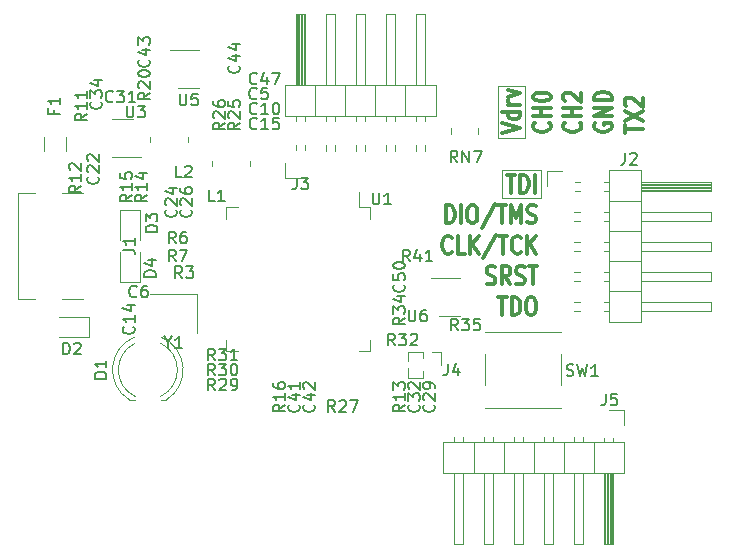
<source format=gbr>
G04 #@! TF.GenerationSoftware,KiCad,Pcbnew,(5.1.5)-3*
G04 #@! TF.CreationDate,2020-04-08T14:33:05+08:00*
G04 #@! TF.ProjectId,vllink_highspeed.r0,766c6c69-6e6b-45f6-9869-676873706565,rev?*
G04 #@! TF.SameCoordinates,Original*
G04 #@! TF.FileFunction,Legend,Top*
G04 #@! TF.FilePolarity,Positive*
%FSLAX46Y46*%
G04 Gerber Fmt 4.6, Leading zero omitted, Abs format (unit mm)*
G04 Created by KiCad (PCBNEW (5.1.5)-3) date 2020-04-08 14:33:05*
%MOMM*%
%LPD*%
G04 APERTURE LIST*
%ADD10C,0.120000*%
%ADD11C,0.304800*%
%ADD12C,0.150000*%
G04 APERTURE END LIST*
D10*
X141910000Y-108890000D02*
X139624000Y-108890000D01*
X141910000Y-105715000D02*
X141910000Y-108890000D01*
X141910000Y-104445000D02*
X141910000Y-105715000D01*
X141656000Y-104445000D02*
X141910000Y-104445000D01*
X139624000Y-104445000D02*
X141656000Y-104445000D01*
X139624000Y-108890000D02*
X139624000Y-104445000D01*
X143307000Y-113970000D02*
X143307000Y-111557000D01*
X143180000Y-113970000D02*
X143307000Y-113970000D01*
X140005000Y-113970000D02*
X143180000Y-113970000D01*
X140005000Y-113589000D02*
X140005000Y-113970000D01*
D11*
X140008628Y-108469327D02*
X141532628Y-108045994D01*
X140008628Y-107622660D01*
X141532628Y-106655041D02*
X140008628Y-106655041D01*
X141460057Y-106655041D02*
X141532628Y-106775994D01*
X141532628Y-107017899D01*
X141460057Y-107138851D01*
X141387485Y-107199327D01*
X141242342Y-107259803D01*
X140806914Y-107259803D01*
X140661771Y-107199327D01*
X140589200Y-107138851D01*
X140516628Y-107017899D01*
X140516628Y-106775994D01*
X140589200Y-106655041D01*
X141532628Y-106050280D02*
X140516628Y-106050280D01*
X140806914Y-106050280D02*
X140661771Y-105989803D01*
X140589200Y-105929327D01*
X140516628Y-105808375D01*
X140516628Y-105687422D01*
X140516628Y-105385041D02*
X141532628Y-105082660D01*
X140516628Y-104780280D01*
X143978285Y-107562184D02*
X144050857Y-107622660D01*
X144123428Y-107804089D01*
X144123428Y-107925041D01*
X144050857Y-108106470D01*
X143905714Y-108227422D01*
X143760571Y-108287899D01*
X143470285Y-108348375D01*
X143252571Y-108348375D01*
X142962285Y-108287899D01*
X142817142Y-108227422D01*
X142672000Y-108106470D01*
X142599428Y-107925041D01*
X142599428Y-107804089D01*
X142672000Y-107622660D01*
X142744571Y-107562184D01*
X144123428Y-107017899D02*
X142599428Y-107017899D01*
X143325142Y-107017899D02*
X143325142Y-106292184D01*
X144123428Y-106292184D02*
X142599428Y-106292184D01*
X142599428Y-105445518D02*
X142599428Y-105324565D01*
X142672000Y-105203613D01*
X142744571Y-105143137D01*
X142889714Y-105082660D01*
X143180000Y-105022184D01*
X143542857Y-105022184D01*
X143833142Y-105082660D01*
X143978285Y-105143137D01*
X144050857Y-105203613D01*
X144123428Y-105324565D01*
X144123428Y-105445518D01*
X144050857Y-105566470D01*
X143978285Y-105626946D01*
X143833142Y-105687422D01*
X143542857Y-105747899D01*
X143180000Y-105747899D01*
X142889714Y-105687422D01*
X142744571Y-105626946D01*
X142672000Y-105566470D01*
X142599428Y-105445518D01*
X146569085Y-107562184D02*
X146641657Y-107622660D01*
X146714228Y-107804089D01*
X146714228Y-107925041D01*
X146641657Y-108106470D01*
X146496514Y-108227422D01*
X146351371Y-108287899D01*
X146061085Y-108348375D01*
X145843371Y-108348375D01*
X145553085Y-108287899D01*
X145407942Y-108227422D01*
X145262800Y-108106470D01*
X145190228Y-107925041D01*
X145190228Y-107804089D01*
X145262800Y-107622660D01*
X145335371Y-107562184D01*
X146714228Y-107017899D02*
X145190228Y-107017899D01*
X145915942Y-107017899D02*
X145915942Y-106292184D01*
X146714228Y-106292184D02*
X145190228Y-106292184D01*
X145335371Y-105747899D02*
X145262800Y-105687422D01*
X145190228Y-105566470D01*
X145190228Y-105264089D01*
X145262800Y-105143137D01*
X145335371Y-105082660D01*
X145480514Y-105022184D01*
X145625657Y-105022184D01*
X145843371Y-105082660D01*
X146714228Y-105808375D01*
X146714228Y-105022184D01*
X147853600Y-107622660D02*
X147781028Y-107743613D01*
X147781028Y-107925041D01*
X147853600Y-108106470D01*
X147998742Y-108227422D01*
X148143885Y-108287899D01*
X148434171Y-108348375D01*
X148651885Y-108348375D01*
X148942171Y-108287899D01*
X149087314Y-108227422D01*
X149232457Y-108106470D01*
X149305028Y-107925041D01*
X149305028Y-107804089D01*
X149232457Y-107622660D01*
X149159885Y-107562184D01*
X148651885Y-107562184D01*
X148651885Y-107804089D01*
X149305028Y-107017899D02*
X147781028Y-107017899D01*
X149305028Y-106292184D01*
X147781028Y-106292184D01*
X149305028Y-105687422D02*
X147781028Y-105687422D01*
X147781028Y-105385041D01*
X147853600Y-105203613D01*
X147998742Y-105082660D01*
X148143885Y-105022184D01*
X148434171Y-104961708D01*
X148651885Y-104961708D01*
X148942171Y-105022184D01*
X149087314Y-105082660D01*
X149232457Y-105203613D01*
X149305028Y-105385041D01*
X149305028Y-105687422D01*
X150371828Y-108469327D02*
X150371828Y-107743613D01*
X151895828Y-108106470D02*
X150371828Y-108106470D01*
X150371828Y-107441232D02*
X151895828Y-106594565D01*
X150371828Y-106594565D02*
X151895828Y-107441232D01*
X150516971Y-106171232D02*
X150444400Y-106110756D01*
X150371828Y-105989803D01*
X150371828Y-105687422D01*
X150444400Y-105566470D01*
X150516971Y-105505994D01*
X150662114Y-105445518D01*
X150807257Y-105445518D01*
X151024971Y-105505994D01*
X151895828Y-106231708D01*
X151895828Y-105445518D01*
D10*
X140005000Y-111557000D02*
X140005000Y-113589000D01*
X143307000Y-111557000D02*
X140005000Y-111557000D01*
D11*
X140387451Y-111979728D02*
X141113165Y-111979728D01*
X140750308Y-113503728D02*
X140750308Y-111979728D01*
X141536499Y-113503728D02*
X141536499Y-111979728D01*
X141838880Y-111979728D01*
X142020308Y-112052300D01*
X142141260Y-112197442D01*
X142201737Y-112342585D01*
X142262213Y-112632871D01*
X142262213Y-112850585D01*
X142201737Y-113140871D01*
X142141260Y-113286014D01*
X142020308Y-113431157D01*
X141838880Y-113503728D01*
X141536499Y-113503728D01*
X142806499Y-113503728D02*
X142806499Y-111979728D01*
X135246975Y-116094528D02*
X135246975Y-114570528D01*
X135549356Y-114570528D01*
X135730784Y-114643100D01*
X135851737Y-114788242D01*
X135912213Y-114933385D01*
X135972689Y-115223671D01*
X135972689Y-115441385D01*
X135912213Y-115731671D01*
X135851737Y-115876814D01*
X135730784Y-116021957D01*
X135549356Y-116094528D01*
X135246975Y-116094528D01*
X136516975Y-116094528D02*
X136516975Y-114570528D01*
X137363641Y-114570528D02*
X137605546Y-114570528D01*
X137726499Y-114643100D01*
X137847451Y-114788242D01*
X137907927Y-115078528D01*
X137907927Y-115586528D01*
X137847451Y-115876814D01*
X137726499Y-116021957D01*
X137605546Y-116094528D01*
X137363641Y-116094528D01*
X137242689Y-116021957D01*
X137121737Y-115876814D01*
X137061260Y-115586528D01*
X137061260Y-115078528D01*
X137121737Y-114788242D01*
X137242689Y-114643100D01*
X137363641Y-114570528D01*
X139359356Y-114497957D02*
X138270784Y-116457385D01*
X139601260Y-114570528D02*
X140326975Y-114570528D01*
X139964118Y-116094528D02*
X139964118Y-114570528D01*
X140750308Y-116094528D02*
X140750308Y-114570528D01*
X141173641Y-115659100D01*
X141596975Y-114570528D01*
X141596975Y-116094528D01*
X142141260Y-116021957D02*
X142322689Y-116094528D01*
X142625070Y-116094528D01*
X142746022Y-116021957D01*
X142806499Y-115949385D01*
X142866975Y-115804242D01*
X142866975Y-115659100D01*
X142806499Y-115513957D01*
X142746022Y-115441385D01*
X142625070Y-115368814D01*
X142383165Y-115296242D01*
X142262213Y-115223671D01*
X142201737Y-115151100D01*
X142141260Y-115005957D01*
X142141260Y-114860814D01*
X142201737Y-114715671D01*
X142262213Y-114643100D01*
X142383165Y-114570528D01*
X142685546Y-114570528D01*
X142866975Y-114643100D01*
X135730784Y-118540185D02*
X135670308Y-118612757D01*
X135488880Y-118685328D01*
X135367927Y-118685328D01*
X135186499Y-118612757D01*
X135065546Y-118467614D01*
X135005070Y-118322471D01*
X134944594Y-118032185D01*
X134944594Y-117814471D01*
X135005070Y-117524185D01*
X135065546Y-117379042D01*
X135186499Y-117233900D01*
X135367927Y-117161328D01*
X135488880Y-117161328D01*
X135670308Y-117233900D01*
X135730784Y-117306471D01*
X136879832Y-118685328D02*
X136275070Y-118685328D01*
X136275070Y-117161328D01*
X137303165Y-118685328D02*
X137303165Y-117161328D01*
X138028880Y-118685328D02*
X137484594Y-117814471D01*
X138028880Y-117161328D02*
X137303165Y-118032185D01*
X139480308Y-117088757D02*
X138391737Y-119048185D01*
X139722213Y-117161328D02*
X140447927Y-117161328D01*
X140085070Y-118685328D02*
X140085070Y-117161328D01*
X141596975Y-118540185D02*
X141536499Y-118612757D01*
X141355070Y-118685328D01*
X141234118Y-118685328D01*
X141052689Y-118612757D01*
X140931737Y-118467614D01*
X140871260Y-118322471D01*
X140810784Y-118032185D01*
X140810784Y-117814471D01*
X140871260Y-117524185D01*
X140931737Y-117379042D01*
X141052689Y-117233900D01*
X141234118Y-117161328D01*
X141355070Y-117161328D01*
X141536499Y-117233900D01*
X141596975Y-117306471D01*
X142141260Y-118685328D02*
X142141260Y-117161328D01*
X142866975Y-118685328D02*
X142322689Y-117814471D01*
X142866975Y-117161328D02*
X142141260Y-118032185D01*
X138694118Y-121203557D02*
X138875546Y-121276128D01*
X139177927Y-121276128D01*
X139298880Y-121203557D01*
X139359356Y-121130985D01*
X139419832Y-120985842D01*
X139419832Y-120840700D01*
X139359356Y-120695557D01*
X139298880Y-120622985D01*
X139177927Y-120550414D01*
X138936022Y-120477842D01*
X138815070Y-120405271D01*
X138754594Y-120332700D01*
X138694118Y-120187557D01*
X138694118Y-120042414D01*
X138754594Y-119897271D01*
X138815070Y-119824700D01*
X138936022Y-119752128D01*
X139238403Y-119752128D01*
X139419832Y-119824700D01*
X140689832Y-121276128D02*
X140266499Y-120550414D01*
X139964118Y-121276128D02*
X139964118Y-119752128D01*
X140447927Y-119752128D01*
X140568880Y-119824700D01*
X140629356Y-119897271D01*
X140689832Y-120042414D01*
X140689832Y-120260128D01*
X140629356Y-120405271D01*
X140568880Y-120477842D01*
X140447927Y-120550414D01*
X139964118Y-120550414D01*
X141173641Y-121203557D02*
X141355070Y-121276128D01*
X141657451Y-121276128D01*
X141778403Y-121203557D01*
X141838880Y-121130985D01*
X141899356Y-120985842D01*
X141899356Y-120840700D01*
X141838880Y-120695557D01*
X141778403Y-120622985D01*
X141657451Y-120550414D01*
X141415546Y-120477842D01*
X141294594Y-120405271D01*
X141234118Y-120332700D01*
X141173641Y-120187557D01*
X141173641Y-120042414D01*
X141234118Y-119897271D01*
X141294594Y-119824700D01*
X141415546Y-119752128D01*
X141717927Y-119752128D01*
X141899356Y-119824700D01*
X142262213Y-119752128D02*
X142987927Y-119752128D01*
X142625070Y-121276128D02*
X142625070Y-119752128D01*
X139661737Y-122342928D02*
X140387451Y-122342928D01*
X140024594Y-123866928D02*
X140024594Y-122342928D01*
X140810784Y-123866928D02*
X140810784Y-122342928D01*
X141113165Y-122342928D01*
X141294594Y-122415500D01*
X141415546Y-122560642D01*
X141476022Y-122705785D01*
X141536499Y-122996071D01*
X141536499Y-123213785D01*
X141476022Y-123504071D01*
X141415546Y-123649214D01*
X141294594Y-123794357D01*
X141113165Y-123866928D01*
X140810784Y-123866928D01*
X142322689Y-122342928D02*
X142564594Y-122342928D01*
X142685546Y-122415500D01*
X142806499Y-122560642D01*
X142866975Y-122850928D01*
X142866975Y-123358928D01*
X142806499Y-123649214D01*
X142685546Y-123794357D01*
X142564594Y-123866928D01*
X142322689Y-123866928D01*
X142201737Y-123794357D01*
X142080784Y-123649214D01*
X142020308Y-123358928D01*
X142020308Y-122850928D01*
X142080784Y-122560642D01*
X142201737Y-122415500D01*
X142322689Y-122342928D01*
D10*
X114192000Y-122099000D02*
X110192000Y-122099000D01*
X114192000Y-125399000D02*
X114192000Y-122099000D01*
X127868000Y-114718000D02*
X127868000Y-113403000D01*
X128843000Y-114718000D02*
X127868000Y-114718000D01*
X128843000Y-115693000D02*
X128843000Y-114718000D01*
X128843000Y-126938000D02*
X127868000Y-126938000D01*
X128843000Y-125963000D02*
X128843000Y-126938000D01*
X116623000Y-114718000D02*
X117598000Y-114718000D01*
X116623000Y-115693000D02*
X116623000Y-114718000D01*
X116623000Y-126938000D02*
X117598000Y-126938000D01*
X116623000Y-125963000D02*
X116623000Y-126938000D01*
X121650000Y-112270000D02*
X121650000Y-111000000D01*
X122920000Y-112270000D02*
X121650000Y-112270000D01*
X133460000Y-109957071D02*
X133460000Y-109502929D01*
X132700000Y-109957071D02*
X132700000Y-109502929D01*
X133460000Y-107417071D02*
X133460000Y-107020000D01*
X132700000Y-107417071D02*
X132700000Y-107020000D01*
X133460000Y-98360000D02*
X133460000Y-104360000D01*
X132700000Y-98360000D02*
X133460000Y-98360000D01*
X132700000Y-104360000D02*
X132700000Y-98360000D01*
X131810000Y-107020000D02*
X131810000Y-104360000D01*
X130920000Y-109957071D02*
X130920000Y-109502929D01*
X130160000Y-109957071D02*
X130160000Y-109502929D01*
X130920000Y-107417071D02*
X130920000Y-107020000D01*
X130160000Y-107417071D02*
X130160000Y-107020000D01*
X130920000Y-98360000D02*
X130920000Y-104360000D01*
X130160000Y-98360000D02*
X130920000Y-98360000D01*
X130160000Y-104360000D02*
X130160000Y-98360000D01*
X129270000Y-107020000D02*
X129270000Y-104360000D01*
X128380000Y-109957071D02*
X128380000Y-109502929D01*
X127620000Y-109957071D02*
X127620000Y-109502929D01*
X128380000Y-107417071D02*
X128380000Y-107020000D01*
X127620000Y-107417071D02*
X127620000Y-107020000D01*
X128380000Y-98360000D02*
X128380000Y-104360000D01*
X127620000Y-98360000D02*
X128380000Y-98360000D01*
X127620000Y-104360000D02*
X127620000Y-98360000D01*
X126730000Y-107020000D02*
X126730000Y-104360000D01*
X125840000Y-109957071D02*
X125840000Y-109502929D01*
X125080000Y-109957071D02*
X125080000Y-109502929D01*
X125840000Y-107417071D02*
X125840000Y-107020000D01*
X125080000Y-107417071D02*
X125080000Y-107020000D01*
X125840000Y-98360000D02*
X125840000Y-104360000D01*
X125080000Y-98360000D02*
X125840000Y-98360000D01*
X125080000Y-104360000D02*
X125080000Y-98360000D01*
X124190000Y-107020000D02*
X124190000Y-104360000D01*
X123300000Y-109890000D02*
X123300000Y-109502929D01*
X122540000Y-109890000D02*
X122540000Y-109502929D01*
X123300000Y-107417071D02*
X123300000Y-107020000D01*
X122540000Y-107417071D02*
X122540000Y-107020000D01*
X123200000Y-104360000D02*
X123200000Y-98360000D01*
X123080000Y-104360000D02*
X123080000Y-98360000D01*
X122960000Y-104360000D02*
X122960000Y-98360000D01*
X122840000Y-104360000D02*
X122840000Y-98360000D01*
X122720000Y-104360000D02*
X122720000Y-98360000D01*
X122600000Y-104360000D02*
X122600000Y-98360000D01*
X123300000Y-98360000D02*
X123300000Y-104360000D01*
X122540000Y-98360000D02*
X123300000Y-98360000D01*
X122540000Y-104360000D02*
X122540000Y-98360000D01*
X121590000Y-104360000D02*
X121590000Y-107020000D01*
X134410000Y-104360000D02*
X121590000Y-104360000D01*
X134410000Y-107020000D02*
X134410000Y-104360000D01*
X121590000Y-107020000D02*
X134410000Y-107020000D01*
X101249000Y-108792936D02*
X101249000Y-109997064D01*
X103069000Y-108792936D02*
X103069000Y-109997064D01*
X138520000Y-131730000D02*
X144980000Y-131730000D01*
X138520000Y-127200000D02*
X138520000Y-129800000D01*
X138520000Y-125270000D02*
X144980000Y-125270000D01*
X144980000Y-127200000D02*
X144980000Y-129800000D01*
X138520000Y-125300000D02*
X138520000Y-125270000D01*
X138520000Y-131730000D02*
X138520000Y-131700000D01*
X144980000Y-131730000D02*
X144980000Y-131700000D01*
X144980000Y-125270000D02*
X144980000Y-125300000D01*
X150292000Y-131877000D02*
X150292000Y-133147000D01*
X149022000Y-131877000D02*
X150292000Y-131877000D01*
X135942000Y-134189929D02*
X135942000Y-134587000D01*
X136702000Y-134189929D02*
X136702000Y-134587000D01*
X135942000Y-143247000D02*
X135942000Y-137247000D01*
X136702000Y-143247000D02*
X135942000Y-143247000D01*
X136702000Y-137247000D02*
X136702000Y-143247000D01*
X137592000Y-134587000D02*
X137592000Y-137247000D01*
X138482000Y-134189929D02*
X138482000Y-134587000D01*
X139242000Y-134189929D02*
X139242000Y-134587000D01*
X138482000Y-143247000D02*
X138482000Y-137247000D01*
X139242000Y-143247000D02*
X138482000Y-143247000D01*
X139242000Y-137247000D02*
X139242000Y-143247000D01*
X140132000Y-134587000D02*
X140132000Y-137247000D01*
X141022000Y-134189929D02*
X141022000Y-134587000D01*
X141782000Y-134189929D02*
X141782000Y-134587000D01*
X141022000Y-143247000D02*
X141022000Y-137247000D01*
X141782000Y-143247000D02*
X141022000Y-143247000D01*
X141782000Y-137247000D02*
X141782000Y-143247000D01*
X142672000Y-134587000D02*
X142672000Y-137247000D01*
X143562000Y-134189929D02*
X143562000Y-134587000D01*
X144322000Y-134189929D02*
X144322000Y-134587000D01*
X143562000Y-143247000D02*
X143562000Y-137247000D01*
X144322000Y-143247000D02*
X143562000Y-143247000D01*
X144322000Y-137247000D02*
X144322000Y-143247000D01*
X145212000Y-134587000D02*
X145212000Y-137247000D01*
X146102000Y-134189929D02*
X146102000Y-134587000D01*
X146862000Y-134189929D02*
X146862000Y-134587000D01*
X146102000Y-143247000D02*
X146102000Y-137247000D01*
X146862000Y-143247000D02*
X146102000Y-143247000D01*
X146862000Y-137247000D02*
X146862000Y-143247000D01*
X147752000Y-134587000D02*
X147752000Y-137247000D01*
X148642000Y-134257000D02*
X148642000Y-134587000D01*
X149402000Y-134257000D02*
X149402000Y-134587000D01*
X148742000Y-137247000D02*
X148742000Y-143247000D01*
X148862000Y-137247000D02*
X148862000Y-143247000D01*
X148982000Y-137247000D02*
X148982000Y-143247000D01*
X149102000Y-137247000D02*
X149102000Y-143247000D01*
X149222000Y-137247000D02*
X149222000Y-143247000D01*
X149342000Y-137247000D02*
X149342000Y-143247000D01*
X148642000Y-143247000D02*
X148642000Y-137247000D01*
X149402000Y-143247000D02*
X148642000Y-143247000D01*
X149402000Y-137247000D02*
X149402000Y-143247000D01*
X150352000Y-137247000D02*
X150352000Y-134587000D01*
X134992000Y-137247000D02*
X150352000Y-137247000D01*
X134992000Y-134587000D02*
X134992000Y-137247000D01*
X150352000Y-134587000D02*
X134992000Y-134587000D01*
X107659000Y-121032600D02*
X107659000Y-118482600D01*
X109359000Y-121032600D02*
X109359000Y-118482600D01*
X107659000Y-121032600D02*
X109359000Y-121032600D01*
X109359000Y-114984600D02*
X109359000Y-117534600D01*
X107659000Y-114984600D02*
X107659000Y-117534600D01*
X109359000Y-114984600D02*
X107659000Y-114984600D01*
X105056000Y-125742000D02*
X102506000Y-125742000D01*
X105056000Y-124042000D02*
X102506000Y-124042000D01*
X105056000Y-125742000D02*
X105056000Y-124042000D01*
X134796000Y-126957000D02*
X134796000Y-128067000D01*
X134036000Y-126957000D02*
X134796000Y-126957000D01*
X133276000Y-128630471D02*
X133276000Y-129177000D01*
X133276000Y-126957000D02*
X133276000Y-127503529D01*
X133276000Y-129177000D02*
X132071000Y-129177000D01*
X133276000Y-126957000D02*
X132071000Y-126957000D01*
X132071000Y-128374530D02*
X132071000Y-129177000D01*
X132071000Y-126957000D02*
X132071000Y-127759470D01*
X115418000Y-110849000D02*
X115418000Y-111249000D01*
X118618000Y-110849000D02*
X118618000Y-111249000D01*
X136460000Y-120742000D02*
X134010000Y-120742000D01*
X134660000Y-123962000D02*
X136460000Y-123962000D01*
X114362000Y-101438000D02*
X111912000Y-101438000D01*
X112562000Y-104658000D02*
X114362000Y-104658000D01*
X106974000Y-110500000D02*
X109424000Y-110500000D01*
X108774000Y-107280000D02*
X106974000Y-107280000D01*
X137970000Y-108005000D02*
X137970000Y-108505000D01*
X135690000Y-108005000D02*
X135690000Y-108505000D01*
X113411000Y-109217000D02*
X113411000Y-108817000D01*
X110211000Y-109217000D02*
X110211000Y-108817000D01*
X143815000Y-111684000D02*
X145085000Y-111684000D01*
X143815000Y-112954000D02*
X143815000Y-111684000D01*
X146127929Y-123494000D02*
X146582071Y-123494000D01*
X146127929Y-122734000D02*
X146582071Y-122734000D01*
X148667929Y-123494000D02*
X149065000Y-123494000D01*
X148667929Y-122734000D02*
X149065000Y-122734000D01*
X157725000Y-123494000D02*
X151725000Y-123494000D01*
X157725000Y-122734000D02*
X157725000Y-123494000D01*
X151725000Y-122734000D02*
X157725000Y-122734000D01*
X149065000Y-121844000D02*
X151725000Y-121844000D01*
X146127929Y-120954000D02*
X146582071Y-120954000D01*
X146127929Y-120194000D02*
X146582071Y-120194000D01*
X148667929Y-120954000D02*
X149065000Y-120954000D01*
X148667929Y-120194000D02*
X149065000Y-120194000D01*
X157725000Y-120954000D02*
X151725000Y-120954000D01*
X157725000Y-120194000D02*
X157725000Y-120954000D01*
X151725000Y-120194000D02*
X157725000Y-120194000D01*
X149065000Y-119304000D02*
X151725000Y-119304000D01*
X146127929Y-118414000D02*
X146582071Y-118414000D01*
X146127929Y-117654000D02*
X146582071Y-117654000D01*
X148667929Y-118414000D02*
X149065000Y-118414000D01*
X148667929Y-117654000D02*
X149065000Y-117654000D01*
X157725000Y-118414000D02*
X151725000Y-118414000D01*
X157725000Y-117654000D02*
X157725000Y-118414000D01*
X151725000Y-117654000D02*
X157725000Y-117654000D01*
X149065000Y-116764000D02*
X151725000Y-116764000D01*
X146127929Y-115874000D02*
X146582071Y-115874000D01*
X146127929Y-115114000D02*
X146582071Y-115114000D01*
X148667929Y-115874000D02*
X149065000Y-115874000D01*
X148667929Y-115114000D02*
X149065000Y-115114000D01*
X157725000Y-115874000D02*
X151725000Y-115874000D01*
X157725000Y-115114000D02*
X157725000Y-115874000D01*
X151725000Y-115114000D02*
X157725000Y-115114000D01*
X149065000Y-114224000D02*
X151725000Y-114224000D01*
X146195000Y-113334000D02*
X146582071Y-113334000D01*
X146195000Y-112574000D02*
X146582071Y-112574000D01*
X148667929Y-113334000D02*
X149065000Y-113334000D01*
X148667929Y-112574000D02*
X149065000Y-112574000D01*
X151725000Y-113234000D02*
X157725000Y-113234000D01*
X151725000Y-113114000D02*
X157725000Y-113114000D01*
X151725000Y-112994000D02*
X157725000Y-112994000D01*
X151725000Y-112874000D02*
X157725000Y-112874000D01*
X151725000Y-112754000D02*
X157725000Y-112754000D01*
X151725000Y-112634000D02*
X157725000Y-112634000D01*
X157725000Y-113334000D02*
X151725000Y-113334000D01*
X157725000Y-112574000D02*
X157725000Y-113334000D01*
X151725000Y-112574000D02*
X157725000Y-112574000D01*
X151725000Y-111624000D02*
X149065000Y-111624000D01*
X151725000Y-124444000D02*
X151725000Y-111624000D01*
X149065000Y-124444000D02*
X151725000Y-124444000D01*
X149065000Y-111624000D02*
X149065000Y-124444000D01*
X104529800Y-113529900D02*
X102729800Y-113529900D01*
X99019800Y-113529900D02*
X100479800Y-113529900D01*
X99019800Y-122469900D02*
X100479800Y-122469900D01*
X104529800Y-122469900D02*
X102729800Y-122469900D01*
X99019800Y-122469900D02*
X99019800Y-113529900D01*
X111087600Y-131058800D02*
X111552600Y-131058800D01*
X108462600Y-131058800D02*
X108927600Y-131058800D01*
X111088029Y-126244321D02*
G75*
G02X111087600Y-130753484I-1080429J-2254479D01*
G01*
X108927171Y-126244321D02*
G75*
G03X108927600Y-130753484I1080429J-2254479D01*
G01*
X111088427Y-125710985D02*
G75*
G02X111552430Y-131058800I-1080827J-2787815D01*
G01*
X108926773Y-125710985D02*
G75*
G03X108462770Y-131058800I1080827J-2787815D01*
G01*
D12*
X111715809Y-126175190D02*
X111715809Y-126651380D01*
X111382476Y-125651380D02*
X111715809Y-126175190D01*
X112049142Y-125651380D01*
X112906285Y-126651380D02*
X112334857Y-126651380D01*
X112620571Y-126651380D02*
X112620571Y-125651380D01*
X112525333Y-125794238D01*
X112430095Y-125889476D01*
X112334857Y-125937095D01*
X131675142Y-121292857D02*
X131722761Y-121340476D01*
X131770380Y-121483333D01*
X131770380Y-121578571D01*
X131722761Y-121721428D01*
X131627523Y-121816666D01*
X131532285Y-121864285D01*
X131341809Y-121911904D01*
X131198952Y-121911904D01*
X131008476Y-121864285D01*
X130913238Y-121816666D01*
X130818000Y-121721428D01*
X130770380Y-121578571D01*
X130770380Y-121483333D01*
X130818000Y-121340476D01*
X130865619Y-121292857D01*
X130770380Y-120388095D02*
X130770380Y-120864285D01*
X131246571Y-120911904D01*
X131198952Y-120864285D01*
X131151333Y-120769047D01*
X131151333Y-120530952D01*
X131198952Y-120435714D01*
X131246571Y-120388095D01*
X131341809Y-120340476D01*
X131579904Y-120340476D01*
X131675142Y-120388095D01*
X131722761Y-120435714D01*
X131770380Y-120530952D01*
X131770380Y-120769047D01*
X131722761Y-120864285D01*
X131675142Y-120911904D01*
X130770380Y-119721428D02*
X130770380Y-119626190D01*
X130818000Y-119530952D01*
X130865619Y-119483333D01*
X130960857Y-119435714D01*
X131151333Y-119388095D01*
X131389428Y-119388095D01*
X131579904Y-119435714D01*
X131675142Y-119483333D01*
X131722761Y-119530952D01*
X131770380Y-119626190D01*
X131770380Y-119721428D01*
X131722761Y-119816666D01*
X131675142Y-119864285D01*
X131579904Y-119911904D01*
X131389428Y-119959523D01*
X131151333Y-119959523D01*
X130960857Y-119911904D01*
X130865619Y-119864285D01*
X130818000Y-119816666D01*
X130770380Y-119721428D01*
X129032095Y-113498380D02*
X129032095Y-114307904D01*
X129079714Y-114403142D01*
X129127333Y-114450761D01*
X129222571Y-114498380D01*
X129413047Y-114498380D01*
X129508285Y-114450761D01*
X129555904Y-114403142D01*
X129603523Y-114307904D01*
X129603523Y-113498380D01*
X130603523Y-114498380D02*
X130032095Y-114498380D01*
X130317809Y-114498380D02*
X130317809Y-113498380D01*
X130222571Y-113641238D01*
X130127333Y-113736476D01*
X130032095Y-113784095D01*
X122602666Y-112228380D02*
X122602666Y-112942666D01*
X122555047Y-113085523D01*
X122459809Y-113180761D01*
X122316952Y-113228380D01*
X122221714Y-113228380D01*
X122983619Y-112228380D02*
X123602666Y-112228380D01*
X123269333Y-112609333D01*
X123412190Y-112609333D01*
X123507428Y-112656952D01*
X123555047Y-112704571D01*
X123602666Y-112799809D01*
X123602666Y-113037904D01*
X123555047Y-113133142D01*
X123507428Y-113180761D01*
X123412190Y-113228380D01*
X123126476Y-113228380D01*
X123031238Y-113180761D01*
X122983619Y-113133142D01*
X102036571Y-106505333D02*
X102036571Y-106838666D01*
X102560380Y-106838666D02*
X101560380Y-106838666D01*
X101560380Y-106362476D01*
X102560380Y-105457714D02*
X102560380Y-106029142D01*
X102560380Y-105743428D02*
X101560380Y-105743428D01*
X101703238Y-105838666D01*
X101798476Y-105933904D01*
X101846095Y-106029142D01*
X145458666Y-128979761D02*
X145601523Y-129027380D01*
X145839619Y-129027380D01*
X145934857Y-128979761D01*
X145982476Y-128932142D01*
X146030095Y-128836904D01*
X146030095Y-128741666D01*
X145982476Y-128646428D01*
X145934857Y-128598809D01*
X145839619Y-128551190D01*
X145649142Y-128503571D01*
X145553904Y-128455952D01*
X145506285Y-128408333D01*
X145458666Y-128313095D01*
X145458666Y-128217857D01*
X145506285Y-128122619D01*
X145553904Y-128075000D01*
X145649142Y-128027380D01*
X145887238Y-128027380D01*
X146030095Y-128075000D01*
X146363428Y-128027380D02*
X146601523Y-129027380D01*
X146792000Y-128313095D01*
X146982476Y-129027380D01*
X147220571Y-128027380D01*
X148125333Y-129027380D02*
X147553904Y-129027380D01*
X147839619Y-129027380D02*
X147839619Y-128027380D01*
X147744380Y-128170238D01*
X147649142Y-128265476D01*
X147553904Y-128313095D01*
X148764666Y-130516380D02*
X148764666Y-131230666D01*
X148717047Y-131373523D01*
X148621809Y-131468761D01*
X148478952Y-131516380D01*
X148383714Y-131516380D01*
X149717047Y-130516380D02*
X149240857Y-130516380D01*
X149193238Y-130992571D01*
X149240857Y-130944952D01*
X149336095Y-130897333D01*
X149574190Y-130897333D01*
X149669428Y-130944952D01*
X149717047Y-130992571D01*
X149764666Y-131087809D01*
X149764666Y-131325904D01*
X149717047Y-131421142D01*
X149669428Y-131468761D01*
X149574190Y-131516380D01*
X149336095Y-131516380D01*
X149240857Y-131468761D01*
X149193238Y-131421142D01*
X132199142Y-119324380D02*
X131865809Y-118848190D01*
X131627714Y-119324380D02*
X131627714Y-118324380D01*
X132008666Y-118324380D01*
X132103904Y-118372000D01*
X132151523Y-118419619D01*
X132199142Y-118514857D01*
X132199142Y-118657714D01*
X132151523Y-118752952D01*
X132103904Y-118800571D01*
X132008666Y-118848190D01*
X131627714Y-118848190D01*
X133056285Y-118657714D02*
X133056285Y-119324380D01*
X132818190Y-118276761D02*
X132580095Y-118991047D01*
X133199142Y-118991047D01*
X134103904Y-119324380D02*
X133532476Y-119324380D01*
X133818190Y-119324380D02*
X133818190Y-118324380D01*
X133722952Y-118467238D01*
X133627714Y-118562476D01*
X133532476Y-118610095D01*
X136263142Y-125166380D02*
X135929809Y-124690190D01*
X135691714Y-125166380D02*
X135691714Y-124166380D01*
X136072666Y-124166380D01*
X136167904Y-124214000D01*
X136215523Y-124261619D01*
X136263142Y-124356857D01*
X136263142Y-124499714D01*
X136215523Y-124594952D01*
X136167904Y-124642571D01*
X136072666Y-124690190D01*
X135691714Y-124690190D01*
X136596476Y-124166380D02*
X137215523Y-124166380D01*
X136882190Y-124547333D01*
X137025047Y-124547333D01*
X137120285Y-124594952D01*
X137167904Y-124642571D01*
X137215523Y-124737809D01*
X137215523Y-124975904D01*
X137167904Y-125071142D01*
X137120285Y-125118761D01*
X137025047Y-125166380D01*
X136739333Y-125166380D01*
X136644095Y-125118761D01*
X136596476Y-125071142D01*
X138120285Y-124166380D02*
X137644095Y-124166380D01*
X137596476Y-124642571D01*
X137644095Y-124594952D01*
X137739333Y-124547333D01*
X137977428Y-124547333D01*
X138072666Y-124594952D01*
X138120285Y-124642571D01*
X138167904Y-124737809D01*
X138167904Y-124975904D01*
X138120285Y-125071142D01*
X138072666Y-125118761D01*
X137977428Y-125166380D01*
X137739333Y-125166380D01*
X137644095Y-125118761D01*
X137596476Y-125071142D01*
X131770380Y-124086857D02*
X131294190Y-124420190D01*
X131770380Y-124658285D02*
X130770380Y-124658285D01*
X130770380Y-124277333D01*
X130818000Y-124182095D01*
X130865619Y-124134476D01*
X130960857Y-124086857D01*
X131103714Y-124086857D01*
X131198952Y-124134476D01*
X131246571Y-124182095D01*
X131294190Y-124277333D01*
X131294190Y-124658285D01*
X130770380Y-123753523D02*
X130770380Y-123134476D01*
X131151333Y-123467809D01*
X131151333Y-123324952D01*
X131198952Y-123229714D01*
X131246571Y-123182095D01*
X131341809Y-123134476D01*
X131579904Y-123134476D01*
X131675142Y-123182095D01*
X131722761Y-123229714D01*
X131770380Y-123324952D01*
X131770380Y-123610666D01*
X131722761Y-123705904D01*
X131675142Y-123753523D01*
X131103714Y-122277333D02*
X131770380Y-122277333D01*
X130722761Y-122515428D02*
X131437047Y-122753523D01*
X131437047Y-122134476D01*
X110688380Y-120626095D02*
X109688380Y-120626095D01*
X109688380Y-120388000D01*
X109736000Y-120245142D01*
X109831238Y-120149904D01*
X109926476Y-120102285D01*
X110116952Y-120054666D01*
X110259809Y-120054666D01*
X110450285Y-120102285D01*
X110545523Y-120149904D01*
X110640761Y-120245142D01*
X110688380Y-120388000D01*
X110688380Y-120626095D01*
X110021714Y-119197523D02*
X110688380Y-119197523D01*
X109640761Y-119435619D02*
X110355047Y-119673714D01*
X110355047Y-119054666D01*
X110811380Y-116816095D02*
X109811380Y-116816095D01*
X109811380Y-116578000D01*
X109859000Y-116435142D01*
X109954238Y-116339904D01*
X110049476Y-116292285D01*
X110239952Y-116244666D01*
X110382809Y-116244666D01*
X110573285Y-116292285D01*
X110668523Y-116339904D01*
X110763761Y-116435142D01*
X110811380Y-116578000D01*
X110811380Y-116816095D01*
X109811380Y-115911333D02*
X109811380Y-115292285D01*
X110192333Y-115625619D01*
X110192333Y-115482761D01*
X110239952Y-115387523D01*
X110287571Y-115339904D01*
X110382809Y-115292285D01*
X110620904Y-115292285D01*
X110716142Y-115339904D01*
X110763761Y-115387523D01*
X110811380Y-115482761D01*
X110811380Y-115768476D01*
X110763761Y-115863714D01*
X110716142Y-115911333D01*
X102817904Y-127194380D02*
X102817904Y-126194380D01*
X103056000Y-126194380D01*
X103198857Y-126242000D01*
X103294095Y-126337238D01*
X103341714Y-126432476D01*
X103389333Y-126622952D01*
X103389333Y-126765809D01*
X103341714Y-126956285D01*
X103294095Y-127051523D01*
X103198857Y-127146761D01*
X103056000Y-127194380D01*
X102817904Y-127194380D01*
X103770285Y-126289619D02*
X103817904Y-126242000D01*
X103913142Y-126194380D01*
X104151238Y-126194380D01*
X104246476Y-126242000D01*
X104294095Y-126289619D01*
X104341714Y-126384857D01*
X104341714Y-126480095D01*
X104294095Y-126622952D01*
X103722666Y-127194380D01*
X104341714Y-127194380D01*
X119245142Y-104243142D02*
X119197523Y-104290761D01*
X119054666Y-104338380D01*
X118959428Y-104338380D01*
X118816571Y-104290761D01*
X118721333Y-104195523D01*
X118673714Y-104100285D01*
X118626095Y-103909809D01*
X118626095Y-103766952D01*
X118673714Y-103576476D01*
X118721333Y-103481238D01*
X118816571Y-103386000D01*
X118959428Y-103338380D01*
X119054666Y-103338380D01*
X119197523Y-103386000D01*
X119245142Y-103433619D01*
X120102285Y-103671714D02*
X120102285Y-104338380D01*
X119864190Y-103290761D02*
X119626095Y-104005047D01*
X120245142Y-104005047D01*
X120530857Y-103338380D02*
X121197523Y-103338380D01*
X120768952Y-104338380D01*
X130929142Y-126436380D02*
X130595809Y-125960190D01*
X130357714Y-126436380D02*
X130357714Y-125436380D01*
X130738666Y-125436380D01*
X130833904Y-125484000D01*
X130881523Y-125531619D01*
X130929142Y-125626857D01*
X130929142Y-125769714D01*
X130881523Y-125864952D01*
X130833904Y-125912571D01*
X130738666Y-125960190D01*
X130357714Y-125960190D01*
X131262476Y-125436380D02*
X131881523Y-125436380D01*
X131548190Y-125817333D01*
X131691047Y-125817333D01*
X131786285Y-125864952D01*
X131833904Y-125912571D01*
X131881523Y-126007809D01*
X131881523Y-126245904D01*
X131833904Y-126341142D01*
X131786285Y-126388761D01*
X131691047Y-126436380D01*
X131405333Y-126436380D01*
X131310095Y-126388761D01*
X131262476Y-126341142D01*
X132262476Y-125531619D02*
X132310095Y-125484000D01*
X132405333Y-125436380D01*
X132643428Y-125436380D01*
X132738666Y-125484000D01*
X132786285Y-125531619D01*
X132833904Y-125626857D01*
X132833904Y-125722095D01*
X132786285Y-125864952D01*
X132214857Y-126436380D01*
X132833904Y-126436380D01*
X135397666Y-127976380D02*
X135397666Y-128690666D01*
X135350047Y-128833523D01*
X135254809Y-128928761D01*
X135111952Y-128976380D01*
X135016714Y-128976380D01*
X136302428Y-128309714D02*
X136302428Y-128976380D01*
X136064333Y-127928761D02*
X135826238Y-128643047D01*
X136445285Y-128643047D01*
X121610380Y-131452857D02*
X121134190Y-131786190D01*
X121610380Y-132024285D02*
X120610380Y-132024285D01*
X120610380Y-131643333D01*
X120658000Y-131548095D01*
X120705619Y-131500476D01*
X120800857Y-131452857D01*
X120943714Y-131452857D01*
X121038952Y-131500476D01*
X121086571Y-131548095D01*
X121134190Y-131643333D01*
X121134190Y-132024285D01*
X121610380Y-130500476D02*
X121610380Y-131071904D01*
X121610380Y-130786190D02*
X120610380Y-130786190D01*
X120753238Y-130881428D01*
X120848476Y-130976666D01*
X120896095Y-131071904D01*
X120610380Y-129643333D02*
X120610380Y-129833809D01*
X120658000Y-129929047D01*
X120705619Y-129976666D01*
X120848476Y-130071904D01*
X121038952Y-130119523D01*
X121419904Y-130119523D01*
X121515142Y-130071904D01*
X121562761Y-130024285D01*
X121610380Y-129929047D01*
X121610380Y-129738571D01*
X121562761Y-129643333D01*
X121515142Y-129595714D01*
X121419904Y-129548095D01*
X121181809Y-129548095D01*
X121086571Y-129595714D01*
X121038952Y-129643333D01*
X120991333Y-129738571D01*
X120991333Y-129929047D01*
X121038952Y-130024285D01*
X121086571Y-130071904D01*
X121181809Y-130119523D01*
X131770380Y-131452857D02*
X131294190Y-131786190D01*
X131770380Y-132024285D02*
X130770380Y-132024285D01*
X130770380Y-131643333D01*
X130818000Y-131548095D01*
X130865619Y-131500476D01*
X130960857Y-131452857D01*
X131103714Y-131452857D01*
X131198952Y-131500476D01*
X131246571Y-131548095D01*
X131294190Y-131643333D01*
X131294190Y-132024285D01*
X131770380Y-130500476D02*
X131770380Y-131071904D01*
X131770380Y-130786190D02*
X130770380Y-130786190D01*
X130913238Y-130881428D01*
X131008476Y-130976666D01*
X131056095Y-131071904D01*
X130770380Y-130167142D02*
X130770380Y-129548095D01*
X131151333Y-129881428D01*
X131151333Y-129738571D01*
X131198952Y-129643333D01*
X131246571Y-129595714D01*
X131341809Y-129548095D01*
X131579904Y-129548095D01*
X131675142Y-129595714D01*
X131722761Y-129643333D01*
X131770380Y-129738571D01*
X131770380Y-130024285D01*
X131722761Y-130119523D01*
X131675142Y-130167142D01*
X115657333Y-114244380D02*
X115181142Y-114244380D01*
X115181142Y-113244380D01*
X116514476Y-114244380D02*
X115943047Y-114244380D01*
X116228761Y-114244380D02*
X116228761Y-113244380D01*
X116133523Y-113387238D01*
X116038285Y-113482476D01*
X115943047Y-113530095D01*
X124055142Y-131452857D02*
X124102761Y-131500476D01*
X124150380Y-131643333D01*
X124150380Y-131738571D01*
X124102761Y-131881428D01*
X124007523Y-131976666D01*
X123912285Y-132024285D01*
X123721809Y-132071904D01*
X123578952Y-132071904D01*
X123388476Y-132024285D01*
X123293238Y-131976666D01*
X123198000Y-131881428D01*
X123150380Y-131738571D01*
X123150380Y-131643333D01*
X123198000Y-131500476D01*
X123245619Y-131452857D01*
X123483714Y-130595714D02*
X124150380Y-130595714D01*
X123102761Y-130833809D02*
X123817047Y-131071904D01*
X123817047Y-130452857D01*
X123245619Y-130119523D02*
X123198000Y-130071904D01*
X123150380Y-129976666D01*
X123150380Y-129738571D01*
X123198000Y-129643333D01*
X123245619Y-129595714D01*
X123340857Y-129548095D01*
X123436095Y-129548095D01*
X123578952Y-129595714D01*
X124150380Y-130167142D01*
X124150380Y-129548095D01*
X122785142Y-131452857D02*
X122832761Y-131500476D01*
X122880380Y-131643333D01*
X122880380Y-131738571D01*
X122832761Y-131881428D01*
X122737523Y-131976666D01*
X122642285Y-132024285D01*
X122451809Y-132071904D01*
X122308952Y-132071904D01*
X122118476Y-132024285D01*
X122023238Y-131976666D01*
X121928000Y-131881428D01*
X121880380Y-131738571D01*
X121880380Y-131643333D01*
X121928000Y-131500476D01*
X121975619Y-131452857D01*
X122213714Y-130595714D02*
X122880380Y-130595714D01*
X121832761Y-130833809D02*
X122547047Y-131071904D01*
X122547047Y-130452857D01*
X122880380Y-129548095D02*
X122880380Y-130119523D01*
X122880380Y-129833809D02*
X121880380Y-129833809D01*
X122023238Y-129929047D01*
X122118476Y-130024285D01*
X122166095Y-130119523D01*
X132080095Y-123404380D02*
X132080095Y-124213904D01*
X132127714Y-124309142D01*
X132175333Y-124356761D01*
X132270571Y-124404380D01*
X132461047Y-124404380D01*
X132556285Y-124356761D01*
X132603904Y-124309142D01*
X132651523Y-124213904D01*
X132651523Y-123404380D01*
X133556285Y-123404380D02*
X133365809Y-123404380D01*
X133270571Y-123452000D01*
X133222952Y-123499619D01*
X133127714Y-123642476D01*
X133080095Y-123832952D01*
X133080095Y-124213904D01*
X133127714Y-124309142D01*
X133175333Y-124356761D01*
X133270571Y-124404380D01*
X133461047Y-124404380D01*
X133556285Y-124356761D01*
X133603904Y-124309142D01*
X133651523Y-124213904D01*
X133651523Y-123975809D01*
X133603904Y-123880571D01*
X133556285Y-123832952D01*
X133461047Y-123785333D01*
X133270571Y-123785333D01*
X133175333Y-123832952D01*
X133127714Y-123880571D01*
X133080095Y-123975809D01*
X112700095Y-105116380D02*
X112700095Y-105925904D01*
X112747714Y-106021142D01*
X112795333Y-106068761D01*
X112890571Y-106116380D01*
X113081047Y-106116380D01*
X113176285Y-106068761D01*
X113223904Y-106021142D01*
X113271523Y-105925904D01*
X113271523Y-105116380D01*
X114223904Y-105116380D02*
X113747714Y-105116380D01*
X113700095Y-105592571D01*
X113747714Y-105544952D01*
X113842952Y-105497333D01*
X114081047Y-105497333D01*
X114176285Y-105544952D01*
X114223904Y-105592571D01*
X114271523Y-105687809D01*
X114271523Y-105925904D01*
X114223904Y-106021142D01*
X114176285Y-106068761D01*
X114081047Y-106116380D01*
X113842952Y-106116380D01*
X113747714Y-106068761D01*
X113700095Y-106021142D01*
X108204095Y-106132380D02*
X108204095Y-106941904D01*
X108251714Y-107037142D01*
X108299333Y-107084761D01*
X108394571Y-107132380D01*
X108585047Y-107132380D01*
X108680285Y-107084761D01*
X108727904Y-107037142D01*
X108775523Y-106941904D01*
X108775523Y-106132380D01*
X109156476Y-106132380D02*
X109775523Y-106132380D01*
X109442190Y-106513333D01*
X109585047Y-106513333D01*
X109680285Y-106560952D01*
X109727904Y-106608571D01*
X109775523Y-106703809D01*
X109775523Y-106941904D01*
X109727904Y-107037142D01*
X109680285Y-107084761D01*
X109585047Y-107132380D01*
X109299333Y-107132380D01*
X109204095Y-107084761D01*
X109156476Y-107037142D01*
X136215523Y-110942380D02*
X135882190Y-110466190D01*
X135644095Y-110942380D02*
X135644095Y-109942380D01*
X136025047Y-109942380D01*
X136120285Y-109990000D01*
X136167904Y-110037619D01*
X136215523Y-110132857D01*
X136215523Y-110275714D01*
X136167904Y-110370952D01*
X136120285Y-110418571D01*
X136025047Y-110466190D01*
X135644095Y-110466190D01*
X136644095Y-110942380D02*
X136644095Y-109942380D01*
X137215523Y-110942380D01*
X137215523Y-109942380D01*
X137596476Y-109942380D02*
X138263142Y-109942380D01*
X137834571Y-110942380D01*
X115689142Y-127706380D02*
X115355809Y-127230190D01*
X115117714Y-127706380D02*
X115117714Y-126706380D01*
X115498666Y-126706380D01*
X115593904Y-126754000D01*
X115641523Y-126801619D01*
X115689142Y-126896857D01*
X115689142Y-127039714D01*
X115641523Y-127134952D01*
X115593904Y-127182571D01*
X115498666Y-127230190D01*
X115117714Y-127230190D01*
X116022476Y-126706380D02*
X116641523Y-126706380D01*
X116308190Y-127087333D01*
X116451047Y-127087333D01*
X116546285Y-127134952D01*
X116593904Y-127182571D01*
X116641523Y-127277809D01*
X116641523Y-127515904D01*
X116593904Y-127611142D01*
X116546285Y-127658761D01*
X116451047Y-127706380D01*
X116165333Y-127706380D01*
X116070095Y-127658761D01*
X116022476Y-127611142D01*
X117593904Y-127706380D02*
X117022476Y-127706380D01*
X117308190Y-127706380D02*
X117308190Y-126706380D01*
X117212952Y-126849238D01*
X117117714Y-126944476D01*
X117022476Y-126992095D01*
X115689142Y-128976380D02*
X115355809Y-128500190D01*
X115117714Y-128976380D02*
X115117714Y-127976380D01*
X115498666Y-127976380D01*
X115593904Y-128024000D01*
X115641523Y-128071619D01*
X115689142Y-128166857D01*
X115689142Y-128309714D01*
X115641523Y-128404952D01*
X115593904Y-128452571D01*
X115498666Y-128500190D01*
X115117714Y-128500190D01*
X116022476Y-127976380D02*
X116641523Y-127976380D01*
X116308190Y-128357333D01*
X116451047Y-128357333D01*
X116546285Y-128404952D01*
X116593904Y-128452571D01*
X116641523Y-128547809D01*
X116641523Y-128785904D01*
X116593904Y-128881142D01*
X116546285Y-128928761D01*
X116451047Y-128976380D01*
X116165333Y-128976380D01*
X116070095Y-128928761D01*
X116022476Y-128881142D01*
X117260571Y-127976380D02*
X117355809Y-127976380D01*
X117451047Y-128024000D01*
X117498666Y-128071619D01*
X117546285Y-128166857D01*
X117593904Y-128357333D01*
X117593904Y-128595428D01*
X117546285Y-128785904D01*
X117498666Y-128881142D01*
X117451047Y-128928761D01*
X117355809Y-128976380D01*
X117260571Y-128976380D01*
X117165333Y-128928761D01*
X117117714Y-128881142D01*
X117070095Y-128785904D01*
X117022476Y-128595428D01*
X117022476Y-128357333D01*
X117070095Y-128166857D01*
X117117714Y-128071619D01*
X117165333Y-128024000D01*
X117260571Y-127976380D01*
X115689142Y-130246380D02*
X115355809Y-129770190D01*
X115117714Y-130246380D02*
X115117714Y-129246380D01*
X115498666Y-129246380D01*
X115593904Y-129294000D01*
X115641523Y-129341619D01*
X115689142Y-129436857D01*
X115689142Y-129579714D01*
X115641523Y-129674952D01*
X115593904Y-129722571D01*
X115498666Y-129770190D01*
X115117714Y-129770190D01*
X116070095Y-129341619D02*
X116117714Y-129294000D01*
X116212952Y-129246380D01*
X116451047Y-129246380D01*
X116546285Y-129294000D01*
X116593904Y-129341619D01*
X116641523Y-129436857D01*
X116641523Y-129532095D01*
X116593904Y-129674952D01*
X116022476Y-130246380D01*
X116641523Y-130246380D01*
X117117714Y-130246380D02*
X117308190Y-130246380D01*
X117403428Y-130198761D01*
X117451047Y-130151142D01*
X117546285Y-130008285D01*
X117593904Y-129817809D01*
X117593904Y-129436857D01*
X117546285Y-129341619D01*
X117498666Y-129294000D01*
X117403428Y-129246380D01*
X117212952Y-129246380D01*
X117117714Y-129294000D01*
X117070095Y-129341619D01*
X117022476Y-129436857D01*
X117022476Y-129674952D01*
X117070095Y-129770190D01*
X117117714Y-129817809D01*
X117212952Y-129865428D01*
X117403428Y-129865428D01*
X117498666Y-129817809D01*
X117546285Y-129770190D01*
X117593904Y-129674952D01*
X125849142Y-132051380D02*
X125515809Y-131575190D01*
X125277714Y-132051380D02*
X125277714Y-131051380D01*
X125658666Y-131051380D01*
X125753904Y-131099000D01*
X125801523Y-131146619D01*
X125849142Y-131241857D01*
X125849142Y-131384714D01*
X125801523Y-131479952D01*
X125753904Y-131527571D01*
X125658666Y-131575190D01*
X125277714Y-131575190D01*
X126230095Y-131146619D02*
X126277714Y-131099000D01*
X126372952Y-131051380D01*
X126611047Y-131051380D01*
X126706285Y-131099000D01*
X126753904Y-131146619D01*
X126801523Y-131241857D01*
X126801523Y-131337095D01*
X126753904Y-131479952D01*
X126182476Y-132051380D01*
X126801523Y-132051380D01*
X127134857Y-131051380D02*
X127801523Y-131051380D01*
X127372952Y-132051380D01*
X116530380Y-107576857D02*
X116054190Y-107910190D01*
X116530380Y-108148285D02*
X115530380Y-108148285D01*
X115530380Y-107767333D01*
X115578000Y-107672095D01*
X115625619Y-107624476D01*
X115720857Y-107576857D01*
X115863714Y-107576857D01*
X115958952Y-107624476D01*
X116006571Y-107672095D01*
X116054190Y-107767333D01*
X116054190Y-108148285D01*
X115625619Y-107195904D02*
X115578000Y-107148285D01*
X115530380Y-107053047D01*
X115530380Y-106814952D01*
X115578000Y-106719714D01*
X115625619Y-106672095D01*
X115720857Y-106624476D01*
X115816095Y-106624476D01*
X115958952Y-106672095D01*
X116530380Y-107243523D01*
X116530380Y-106624476D01*
X115530380Y-105767333D02*
X115530380Y-105957809D01*
X115578000Y-106053047D01*
X115625619Y-106100666D01*
X115768476Y-106195904D01*
X115958952Y-106243523D01*
X116339904Y-106243523D01*
X116435142Y-106195904D01*
X116482761Y-106148285D01*
X116530380Y-106053047D01*
X116530380Y-105862571D01*
X116482761Y-105767333D01*
X116435142Y-105719714D01*
X116339904Y-105672095D01*
X116101809Y-105672095D01*
X116006571Y-105719714D01*
X115958952Y-105767333D01*
X115911333Y-105862571D01*
X115911333Y-106053047D01*
X115958952Y-106148285D01*
X116006571Y-106195904D01*
X116101809Y-106243523D01*
X117800380Y-107576857D02*
X117324190Y-107910190D01*
X117800380Y-108148285D02*
X116800380Y-108148285D01*
X116800380Y-107767333D01*
X116848000Y-107672095D01*
X116895619Y-107624476D01*
X116990857Y-107576857D01*
X117133714Y-107576857D01*
X117228952Y-107624476D01*
X117276571Y-107672095D01*
X117324190Y-107767333D01*
X117324190Y-108148285D01*
X116895619Y-107195904D02*
X116848000Y-107148285D01*
X116800380Y-107053047D01*
X116800380Y-106814952D01*
X116848000Y-106719714D01*
X116895619Y-106672095D01*
X116990857Y-106624476D01*
X117086095Y-106624476D01*
X117228952Y-106672095D01*
X117800380Y-107243523D01*
X117800380Y-106624476D01*
X116800380Y-105719714D02*
X116800380Y-106195904D01*
X117276571Y-106243523D01*
X117228952Y-106195904D01*
X117181333Y-106100666D01*
X117181333Y-105862571D01*
X117228952Y-105767333D01*
X117276571Y-105719714D01*
X117371809Y-105672095D01*
X117609904Y-105672095D01*
X117705142Y-105719714D01*
X117752761Y-105767333D01*
X117800380Y-105862571D01*
X117800380Y-106100666D01*
X117752761Y-106195904D01*
X117705142Y-106243523D01*
X110180380Y-105036857D02*
X109704190Y-105370190D01*
X110180380Y-105608285D02*
X109180380Y-105608285D01*
X109180380Y-105227333D01*
X109228000Y-105132095D01*
X109275619Y-105084476D01*
X109370857Y-105036857D01*
X109513714Y-105036857D01*
X109608952Y-105084476D01*
X109656571Y-105132095D01*
X109704190Y-105227333D01*
X109704190Y-105608285D01*
X109275619Y-104655904D02*
X109228000Y-104608285D01*
X109180380Y-104513047D01*
X109180380Y-104274952D01*
X109228000Y-104179714D01*
X109275619Y-104132095D01*
X109370857Y-104084476D01*
X109466095Y-104084476D01*
X109608952Y-104132095D01*
X110180380Y-104703523D01*
X110180380Y-104084476D01*
X109180380Y-103465428D02*
X109180380Y-103370190D01*
X109228000Y-103274952D01*
X109275619Y-103227333D01*
X109370857Y-103179714D01*
X109561333Y-103132095D01*
X109799428Y-103132095D01*
X109989904Y-103179714D01*
X110085142Y-103227333D01*
X110132761Y-103274952D01*
X110180380Y-103370190D01*
X110180380Y-103465428D01*
X110132761Y-103560666D01*
X110085142Y-103608285D01*
X109989904Y-103655904D01*
X109799428Y-103703523D01*
X109561333Y-103703523D01*
X109370857Y-103655904D01*
X109275619Y-103608285D01*
X109228000Y-103560666D01*
X109180380Y-103465428D01*
X108656380Y-113672857D02*
X108180190Y-114006190D01*
X108656380Y-114244285D02*
X107656380Y-114244285D01*
X107656380Y-113863333D01*
X107704000Y-113768095D01*
X107751619Y-113720476D01*
X107846857Y-113672857D01*
X107989714Y-113672857D01*
X108084952Y-113720476D01*
X108132571Y-113768095D01*
X108180190Y-113863333D01*
X108180190Y-114244285D01*
X108656380Y-112720476D02*
X108656380Y-113291904D01*
X108656380Y-113006190D02*
X107656380Y-113006190D01*
X107799238Y-113101428D01*
X107894476Y-113196666D01*
X107942095Y-113291904D01*
X107656380Y-111815714D02*
X107656380Y-112291904D01*
X108132571Y-112339523D01*
X108084952Y-112291904D01*
X108037333Y-112196666D01*
X108037333Y-111958571D01*
X108084952Y-111863333D01*
X108132571Y-111815714D01*
X108227809Y-111768095D01*
X108465904Y-111768095D01*
X108561142Y-111815714D01*
X108608761Y-111863333D01*
X108656380Y-111958571D01*
X108656380Y-112196666D01*
X108608761Y-112291904D01*
X108561142Y-112339523D01*
X109926380Y-113672857D02*
X109450190Y-114006190D01*
X109926380Y-114244285D02*
X108926380Y-114244285D01*
X108926380Y-113863333D01*
X108974000Y-113768095D01*
X109021619Y-113720476D01*
X109116857Y-113672857D01*
X109259714Y-113672857D01*
X109354952Y-113720476D01*
X109402571Y-113768095D01*
X109450190Y-113863333D01*
X109450190Y-114244285D01*
X109926380Y-112720476D02*
X109926380Y-113291904D01*
X109926380Y-113006190D02*
X108926380Y-113006190D01*
X109069238Y-113101428D01*
X109164476Y-113196666D01*
X109212095Y-113291904D01*
X109259714Y-111863333D02*
X109926380Y-111863333D01*
X108878761Y-112101428D02*
X109593047Y-112339523D01*
X109593047Y-111720476D01*
X104338380Y-112910857D02*
X103862190Y-113244190D01*
X104338380Y-113482285D02*
X103338380Y-113482285D01*
X103338380Y-113101333D01*
X103386000Y-113006095D01*
X103433619Y-112958476D01*
X103528857Y-112910857D01*
X103671714Y-112910857D01*
X103766952Y-112958476D01*
X103814571Y-113006095D01*
X103862190Y-113101333D01*
X103862190Y-113482285D01*
X104338380Y-111958476D02*
X104338380Y-112529904D01*
X104338380Y-112244190D02*
X103338380Y-112244190D01*
X103481238Y-112339428D01*
X103576476Y-112434666D01*
X103624095Y-112529904D01*
X103433619Y-111577523D02*
X103386000Y-111529904D01*
X103338380Y-111434666D01*
X103338380Y-111196571D01*
X103386000Y-111101333D01*
X103433619Y-111053714D01*
X103528857Y-111006095D01*
X103624095Y-111006095D01*
X103766952Y-111053714D01*
X104338380Y-111625142D01*
X104338380Y-111006095D01*
X104846380Y-106814857D02*
X104370190Y-107148190D01*
X104846380Y-107386285D02*
X103846380Y-107386285D01*
X103846380Y-107005333D01*
X103894000Y-106910095D01*
X103941619Y-106862476D01*
X104036857Y-106814857D01*
X104179714Y-106814857D01*
X104274952Y-106862476D01*
X104322571Y-106910095D01*
X104370190Y-107005333D01*
X104370190Y-107386285D01*
X104846380Y-105862476D02*
X104846380Y-106433904D01*
X104846380Y-106148190D02*
X103846380Y-106148190D01*
X103989238Y-106243428D01*
X104084476Y-106338666D01*
X104132095Y-106433904D01*
X104846380Y-104910095D02*
X104846380Y-105481523D01*
X104846380Y-105195809D02*
X103846380Y-105195809D01*
X103989238Y-105291047D01*
X104084476Y-105386285D01*
X104132095Y-105481523D01*
X112355333Y-119324380D02*
X112022000Y-118848190D01*
X111783904Y-119324380D02*
X111783904Y-118324380D01*
X112164857Y-118324380D01*
X112260095Y-118372000D01*
X112307714Y-118419619D01*
X112355333Y-118514857D01*
X112355333Y-118657714D01*
X112307714Y-118752952D01*
X112260095Y-118800571D01*
X112164857Y-118848190D01*
X111783904Y-118848190D01*
X112688666Y-118324380D02*
X113355333Y-118324380D01*
X112926761Y-119324380D01*
X112355333Y-117800380D02*
X112022000Y-117324190D01*
X111783904Y-117800380D02*
X111783904Y-116800380D01*
X112164857Y-116800380D01*
X112260095Y-116848000D01*
X112307714Y-116895619D01*
X112355333Y-116990857D01*
X112355333Y-117133714D01*
X112307714Y-117228952D01*
X112260095Y-117276571D01*
X112164857Y-117324190D01*
X111783904Y-117324190D01*
X113212476Y-116800380D02*
X113022000Y-116800380D01*
X112926761Y-116848000D01*
X112879142Y-116895619D01*
X112783904Y-117038476D01*
X112736285Y-117228952D01*
X112736285Y-117609904D01*
X112783904Y-117705142D01*
X112831523Y-117752761D01*
X112926761Y-117800380D01*
X113117238Y-117800380D01*
X113212476Y-117752761D01*
X113260095Y-117705142D01*
X113307714Y-117609904D01*
X113307714Y-117371809D01*
X113260095Y-117276571D01*
X113212476Y-117228952D01*
X113117238Y-117181333D01*
X112926761Y-117181333D01*
X112831523Y-117228952D01*
X112783904Y-117276571D01*
X112736285Y-117371809D01*
X112914333Y-120745380D02*
X112581000Y-120269190D01*
X112342904Y-120745380D02*
X112342904Y-119745380D01*
X112723857Y-119745380D01*
X112819095Y-119793000D01*
X112866714Y-119840619D01*
X112914333Y-119935857D01*
X112914333Y-120078714D01*
X112866714Y-120173952D01*
X112819095Y-120221571D01*
X112723857Y-120269190D01*
X112342904Y-120269190D01*
X113247666Y-119745380D02*
X113866714Y-119745380D01*
X113533380Y-120126333D01*
X113676238Y-120126333D01*
X113771476Y-120173952D01*
X113819095Y-120221571D01*
X113866714Y-120316809D01*
X113866714Y-120554904D01*
X113819095Y-120650142D01*
X113771476Y-120697761D01*
X113676238Y-120745380D01*
X113390523Y-120745380D01*
X113295285Y-120697761D01*
X113247666Y-120650142D01*
X112863333Y-112212380D02*
X112387142Y-112212380D01*
X112387142Y-111212380D01*
X113149047Y-111307619D02*
X113196666Y-111260000D01*
X113291904Y-111212380D01*
X113530000Y-111212380D01*
X113625238Y-111260000D01*
X113672857Y-111307619D01*
X113720476Y-111402857D01*
X113720476Y-111498095D01*
X113672857Y-111640952D01*
X113101428Y-112212380D01*
X113720476Y-112212380D01*
X150406666Y-110136380D02*
X150406666Y-110850666D01*
X150359047Y-110993523D01*
X150263809Y-111088761D01*
X150120952Y-111136380D01*
X150025714Y-111136380D01*
X150835238Y-110231619D02*
X150882857Y-110184000D01*
X150978095Y-110136380D01*
X151216190Y-110136380D01*
X151311428Y-110184000D01*
X151359047Y-110231619D01*
X151406666Y-110326857D01*
X151406666Y-110422095D01*
X151359047Y-110564952D01*
X150787619Y-111136380D01*
X151406666Y-111136380D01*
X107892180Y-118333233D02*
X108606466Y-118333233D01*
X108749323Y-118380852D01*
X108844561Y-118476090D01*
X108892180Y-118618947D01*
X108892180Y-118714185D01*
X108892180Y-117333233D02*
X108892180Y-117904661D01*
X108892180Y-117618947D02*
X107892180Y-117618947D01*
X108035038Y-117714185D01*
X108130276Y-117809423D01*
X108177895Y-117904661D01*
X106499980Y-129236895D02*
X105499980Y-129236895D01*
X105499980Y-128998800D01*
X105547600Y-128855942D01*
X105642838Y-128760704D01*
X105738076Y-128713085D01*
X105928552Y-128665466D01*
X106071409Y-128665466D01*
X106261885Y-128713085D01*
X106357123Y-128760704D01*
X106452361Y-128855942D01*
X106499980Y-128998800D01*
X106499980Y-129236895D01*
X106499980Y-127713085D02*
X106499980Y-128284514D01*
X106499980Y-127998800D02*
X105499980Y-127998800D01*
X105642838Y-128094038D01*
X105738076Y-128189276D01*
X105785695Y-128284514D01*
X117705142Y-102750857D02*
X117752761Y-102798476D01*
X117800380Y-102941333D01*
X117800380Y-103036571D01*
X117752761Y-103179428D01*
X117657523Y-103274666D01*
X117562285Y-103322285D01*
X117371809Y-103369904D01*
X117228952Y-103369904D01*
X117038476Y-103322285D01*
X116943238Y-103274666D01*
X116848000Y-103179428D01*
X116800380Y-103036571D01*
X116800380Y-102941333D01*
X116848000Y-102798476D01*
X116895619Y-102750857D01*
X117133714Y-101893714D02*
X117800380Y-101893714D01*
X116752761Y-102131809D02*
X117467047Y-102369904D01*
X117467047Y-101750857D01*
X117133714Y-100941333D02*
X117800380Y-100941333D01*
X116752761Y-101179428D02*
X117467047Y-101417523D01*
X117467047Y-100798476D01*
X110085142Y-102242857D02*
X110132761Y-102290476D01*
X110180380Y-102433333D01*
X110180380Y-102528571D01*
X110132761Y-102671428D01*
X110037523Y-102766666D01*
X109942285Y-102814285D01*
X109751809Y-102861904D01*
X109608952Y-102861904D01*
X109418476Y-102814285D01*
X109323238Y-102766666D01*
X109228000Y-102671428D01*
X109180380Y-102528571D01*
X109180380Y-102433333D01*
X109228000Y-102290476D01*
X109275619Y-102242857D01*
X109513714Y-101385714D02*
X110180380Y-101385714D01*
X109132761Y-101623809D02*
X109847047Y-101861904D01*
X109847047Y-101242857D01*
X109180380Y-100957142D02*
X109180380Y-100338095D01*
X109561333Y-100671428D01*
X109561333Y-100528571D01*
X109608952Y-100433333D01*
X109656571Y-100385714D01*
X109751809Y-100338095D01*
X109989904Y-100338095D01*
X110085142Y-100385714D01*
X110132761Y-100433333D01*
X110180380Y-100528571D01*
X110180380Y-100814285D01*
X110132761Y-100909523D01*
X110085142Y-100957142D01*
X106021142Y-105798857D02*
X106068761Y-105846476D01*
X106116380Y-105989333D01*
X106116380Y-106084571D01*
X106068761Y-106227428D01*
X105973523Y-106322666D01*
X105878285Y-106370285D01*
X105687809Y-106417904D01*
X105544952Y-106417904D01*
X105354476Y-106370285D01*
X105259238Y-106322666D01*
X105164000Y-106227428D01*
X105116380Y-106084571D01*
X105116380Y-105989333D01*
X105164000Y-105846476D01*
X105211619Y-105798857D01*
X105116380Y-105465523D02*
X105116380Y-104846476D01*
X105497333Y-105179809D01*
X105497333Y-105036952D01*
X105544952Y-104941714D01*
X105592571Y-104894095D01*
X105687809Y-104846476D01*
X105925904Y-104846476D01*
X106021142Y-104894095D01*
X106068761Y-104941714D01*
X106116380Y-105036952D01*
X106116380Y-105322666D01*
X106068761Y-105417904D01*
X106021142Y-105465523D01*
X105449714Y-103989333D02*
X106116380Y-103989333D01*
X105068761Y-104227428D02*
X105783047Y-104465523D01*
X105783047Y-103846476D01*
X132945142Y-131452857D02*
X132992761Y-131500476D01*
X133040380Y-131643333D01*
X133040380Y-131738571D01*
X132992761Y-131881428D01*
X132897523Y-131976666D01*
X132802285Y-132024285D01*
X132611809Y-132071904D01*
X132468952Y-132071904D01*
X132278476Y-132024285D01*
X132183238Y-131976666D01*
X132088000Y-131881428D01*
X132040380Y-131738571D01*
X132040380Y-131643333D01*
X132088000Y-131500476D01*
X132135619Y-131452857D01*
X132040380Y-131119523D02*
X132040380Y-130500476D01*
X132421333Y-130833809D01*
X132421333Y-130690952D01*
X132468952Y-130595714D01*
X132516571Y-130548095D01*
X132611809Y-130500476D01*
X132849904Y-130500476D01*
X132945142Y-130548095D01*
X132992761Y-130595714D01*
X133040380Y-130690952D01*
X133040380Y-130976666D01*
X132992761Y-131071904D01*
X132945142Y-131119523D01*
X132135619Y-130119523D02*
X132088000Y-130071904D01*
X132040380Y-129976666D01*
X132040380Y-129738571D01*
X132088000Y-129643333D01*
X132135619Y-129595714D01*
X132230857Y-129548095D01*
X132326095Y-129548095D01*
X132468952Y-129595714D01*
X133040380Y-130167142D01*
X133040380Y-129548095D01*
X107053142Y-105767142D02*
X107005523Y-105814761D01*
X106862666Y-105862380D01*
X106767428Y-105862380D01*
X106624571Y-105814761D01*
X106529333Y-105719523D01*
X106481714Y-105624285D01*
X106434095Y-105433809D01*
X106434095Y-105290952D01*
X106481714Y-105100476D01*
X106529333Y-105005238D01*
X106624571Y-104910000D01*
X106767428Y-104862380D01*
X106862666Y-104862380D01*
X107005523Y-104910000D01*
X107053142Y-104957619D01*
X107386476Y-104862380D02*
X108005523Y-104862380D01*
X107672190Y-105243333D01*
X107815047Y-105243333D01*
X107910285Y-105290952D01*
X107957904Y-105338571D01*
X108005523Y-105433809D01*
X108005523Y-105671904D01*
X107957904Y-105767142D01*
X107910285Y-105814761D01*
X107815047Y-105862380D01*
X107529333Y-105862380D01*
X107434095Y-105814761D01*
X107386476Y-105767142D01*
X108957904Y-105862380D02*
X108386476Y-105862380D01*
X108672190Y-105862380D02*
X108672190Y-104862380D01*
X108576952Y-105005238D01*
X108481714Y-105100476D01*
X108386476Y-105148095D01*
X134215142Y-131452857D02*
X134262761Y-131500476D01*
X134310380Y-131643333D01*
X134310380Y-131738571D01*
X134262761Y-131881428D01*
X134167523Y-131976666D01*
X134072285Y-132024285D01*
X133881809Y-132071904D01*
X133738952Y-132071904D01*
X133548476Y-132024285D01*
X133453238Y-131976666D01*
X133358000Y-131881428D01*
X133310380Y-131738571D01*
X133310380Y-131643333D01*
X133358000Y-131500476D01*
X133405619Y-131452857D01*
X133405619Y-131071904D02*
X133358000Y-131024285D01*
X133310380Y-130929047D01*
X133310380Y-130690952D01*
X133358000Y-130595714D01*
X133405619Y-130548095D01*
X133500857Y-130500476D01*
X133596095Y-130500476D01*
X133738952Y-130548095D01*
X134310380Y-131119523D01*
X134310380Y-130500476D01*
X134310380Y-130024285D02*
X134310380Y-129833809D01*
X134262761Y-129738571D01*
X134215142Y-129690952D01*
X134072285Y-129595714D01*
X133881809Y-129548095D01*
X133500857Y-129548095D01*
X133405619Y-129595714D01*
X133358000Y-129643333D01*
X133310380Y-129738571D01*
X133310380Y-129929047D01*
X133358000Y-130024285D01*
X133405619Y-130071904D01*
X133500857Y-130119523D01*
X133738952Y-130119523D01*
X133834190Y-130071904D01*
X133881809Y-130024285D01*
X133929428Y-129929047D01*
X133929428Y-129738571D01*
X133881809Y-129643333D01*
X133834190Y-129595714D01*
X133738952Y-129548095D01*
X113641142Y-114942857D02*
X113688761Y-114990476D01*
X113736380Y-115133333D01*
X113736380Y-115228571D01*
X113688761Y-115371428D01*
X113593523Y-115466666D01*
X113498285Y-115514285D01*
X113307809Y-115561904D01*
X113164952Y-115561904D01*
X112974476Y-115514285D01*
X112879238Y-115466666D01*
X112784000Y-115371428D01*
X112736380Y-115228571D01*
X112736380Y-115133333D01*
X112784000Y-114990476D01*
X112831619Y-114942857D01*
X112831619Y-114561904D02*
X112784000Y-114514285D01*
X112736380Y-114419047D01*
X112736380Y-114180952D01*
X112784000Y-114085714D01*
X112831619Y-114038095D01*
X112926857Y-113990476D01*
X113022095Y-113990476D01*
X113164952Y-114038095D01*
X113736380Y-114609523D01*
X113736380Y-113990476D01*
X112736380Y-113133333D02*
X112736380Y-113323809D01*
X112784000Y-113419047D01*
X112831619Y-113466666D01*
X112974476Y-113561904D01*
X113164952Y-113609523D01*
X113545904Y-113609523D01*
X113641142Y-113561904D01*
X113688761Y-113514285D01*
X113736380Y-113419047D01*
X113736380Y-113228571D01*
X113688761Y-113133333D01*
X113641142Y-113085714D01*
X113545904Y-113038095D01*
X113307809Y-113038095D01*
X113212571Y-113085714D01*
X113164952Y-113133333D01*
X113117333Y-113228571D01*
X113117333Y-113419047D01*
X113164952Y-113514285D01*
X113212571Y-113561904D01*
X113307809Y-113609523D01*
X112371142Y-114942857D02*
X112418761Y-114990476D01*
X112466380Y-115133333D01*
X112466380Y-115228571D01*
X112418761Y-115371428D01*
X112323523Y-115466666D01*
X112228285Y-115514285D01*
X112037809Y-115561904D01*
X111894952Y-115561904D01*
X111704476Y-115514285D01*
X111609238Y-115466666D01*
X111514000Y-115371428D01*
X111466380Y-115228571D01*
X111466380Y-115133333D01*
X111514000Y-114990476D01*
X111561619Y-114942857D01*
X111561619Y-114561904D02*
X111514000Y-114514285D01*
X111466380Y-114419047D01*
X111466380Y-114180952D01*
X111514000Y-114085714D01*
X111561619Y-114038095D01*
X111656857Y-113990476D01*
X111752095Y-113990476D01*
X111894952Y-114038095D01*
X112466380Y-114609523D01*
X112466380Y-113990476D01*
X111799714Y-113133333D02*
X112466380Y-113133333D01*
X111418761Y-113371428D02*
X112133047Y-113609523D01*
X112133047Y-112990476D01*
X105767142Y-112148857D02*
X105814761Y-112196476D01*
X105862380Y-112339333D01*
X105862380Y-112434571D01*
X105814761Y-112577428D01*
X105719523Y-112672666D01*
X105624285Y-112720285D01*
X105433809Y-112767904D01*
X105290952Y-112767904D01*
X105100476Y-112720285D01*
X105005238Y-112672666D01*
X104910000Y-112577428D01*
X104862380Y-112434571D01*
X104862380Y-112339333D01*
X104910000Y-112196476D01*
X104957619Y-112148857D01*
X104957619Y-111767904D02*
X104910000Y-111720285D01*
X104862380Y-111625047D01*
X104862380Y-111386952D01*
X104910000Y-111291714D01*
X104957619Y-111244095D01*
X105052857Y-111196476D01*
X105148095Y-111196476D01*
X105290952Y-111244095D01*
X105862380Y-111815523D01*
X105862380Y-111196476D01*
X104957619Y-110815523D02*
X104910000Y-110767904D01*
X104862380Y-110672666D01*
X104862380Y-110434571D01*
X104910000Y-110339333D01*
X104957619Y-110291714D01*
X105052857Y-110244095D01*
X105148095Y-110244095D01*
X105290952Y-110291714D01*
X105862380Y-110863142D01*
X105862380Y-110244095D01*
X119245142Y-108053142D02*
X119197523Y-108100761D01*
X119054666Y-108148380D01*
X118959428Y-108148380D01*
X118816571Y-108100761D01*
X118721333Y-108005523D01*
X118673714Y-107910285D01*
X118626095Y-107719809D01*
X118626095Y-107576952D01*
X118673714Y-107386476D01*
X118721333Y-107291238D01*
X118816571Y-107196000D01*
X118959428Y-107148380D01*
X119054666Y-107148380D01*
X119197523Y-107196000D01*
X119245142Y-107243619D01*
X120197523Y-108148380D02*
X119626095Y-108148380D01*
X119911809Y-108148380D02*
X119911809Y-107148380D01*
X119816571Y-107291238D01*
X119721333Y-107386476D01*
X119626095Y-107434095D01*
X121102285Y-107148380D02*
X120626095Y-107148380D01*
X120578476Y-107624571D01*
X120626095Y-107576952D01*
X120721333Y-107529333D01*
X120959428Y-107529333D01*
X121054666Y-107576952D01*
X121102285Y-107624571D01*
X121149904Y-107719809D01*
X121149904Y-107957904D01*
X121102285Y-108053142D01*
X121054666Y-108100761D01*
X120959428Y-108148380D01*
X120721333Y-108148380D01*
X120626095Y-108100761D01*
X120578476Y-108053142D01*
X108789742Y-124848857D02*
X108837361Y-124896476D01*
X108884980Y-125039333D01*
X108884980Y-125134571D01*
X108837361Y-125277428D01*
X108742123Y-125372666D01*
X108646885Y-125420285D01*
X108456409Y-125467904D01*
X108313552Y-125467904D01*
X108123076Y-125420285D01*
X108027838Y-125372666D01*
X107932600Y-125277428D01*
X107884980Y-125134571D01*
X107884980Y-125039333D01*
X107932600Y-124896476D01*
X107980219Y-124848857D01*
X108884980Y-123896476D02*
X108884980Y-124467904D01*
X108884980Y-124182190D02*
X107884980Y-124182190D01*
X108027838Y-124277428D01*
X108123076Y-124372666D01*
X108170695Y-124467904D01*
X108218314Y-123039333D02*
X108884980Y-123039333D01*
X107837361Y-123277428D02*
X108551647Y-123515523D01*
X108551647Y-122896476D01*
X119245142Y-106783142D02*
X119197523Y-106830761D01*
X119054666Y-106878380D01*
X118959428Y-106878380D01*
X118816571Y-106830761D01*
X118721333Y-106735523D01*
X118673714Y-106640285D01*
X118626095Y-106449809D01*
X118626095Y-106306952D01*
X118673714Y-106116476D01*
X118721333Y-106021238D01*
X118816571Y-105926000D01*
X118959428Y-105878380D01*
X119054666Y-105878380D01*
X119197523Y-105926000D01*
X119245142Y-105973619D01*
X120197523Y-106878380D02*
X119626095Y-106878380D01*
X119911809Y-106878380D02*
X119911809Y-105878380D01*
X119816571Y-106021238D01*
X119721333Y-106116476D01*
X119626095Y-106164095D01*
X120816571Y-105878380D02*
X120911809Y-105878380D01*
X121007047Y-105926000D01*
X121054666Y-105973619D01*
X121102285Y-106068857D01*
X121149904Y-106259333D01*
X121149904Y-106497428D01*
X121102285Y-106687904D01*
X121054666Y-106783142D01*
X121007047Y-106830761D01*
X120911809Y-106878380D01*
X120816571Y-106878380D01*
X120721333Y-106830761D01*
X120673714Y-106783142D01*
X120626095Y-106687904D01*
X120578476Y-106497428D01*
X120578476Y-106259333D01*
X120626095Y-106068857D01*
X120673714Y-105973619D01*
X120721333Y-105926000D01*
X120816571Y-105878380D01*
X109053333Y-122277142D02*
X109005714Y-122324761D01*
X108862857Y-122372380D01*
X108767619Y-122372380D01*
X108624761Y-122324761D01*
X108529523Y-122229523D01*
X108481904Y-122134285D01*
X108434285Y-121943809D01*
X108434285Y-121800952D01*
X108481904Y-121610476D01*
X108529523Y-121515238D01*
X108624761Y-121420000D01*
X108767619Y-121372380D01*
X108862857Y-121372380D01*
X109005714Y-121420000D01*
X109053333Y-121467619D01*
X109910476Y-121372380D02*
X109720000Y-121372380D01*
X109624761Y-121420000D01*
X109577142Y-121467619D01*
X109481904Y-121610476D01*
X109434285Y-121800952D01*
X109434285Y-122181904D01*
X109481904Y-122277142D01*
X109529523Y-122324761D01*
X109624761Y-122372380D01*
X109815238Y-122372380D01*
X109910476Y-122324761D01*
X109958095Y-122277142D01*
X110005714Y-122181904D01*
X110005714Y-121943809D01*
X109958095Y-121848571D01*
X109910476Y-121800952D01*
X109815238Y-121753333D01*
X109624761Y-121753333D01*
X109529523Y-121800952D01*
X109481904Y-121848571D01*
X109434285Y-121943809D01*
X119213333Y-105513142D02*
X119165714Y-105560761D01*
X119022857Y-105608380D01*
X118927619Y-105608380D01*
X118784761Y-105560761D01*
X118689523Y-105465523D01*
X118641904Y-105370285D01*
X118594285Y-105179809D01*
X118594285Y-105036952D01*
X118641904Y-104846476D01*
X118689523Y-104751238D01*
X118784761Y-104656000D01*
X118927619Y-104608380D01*
X119022857Y-104608380D01*
X119165714Y-104656000D01*
X119213333Y-104703619D01*
X120118095Y-104608380D02*
X119641904Y-104608380D01*
X119594285Y-105084571D01*
X119641904Y-105036952D01*
X119737142Y-104989333D01*
X119975238Y-104989333D01*
X120070476Y-105036952D01*
X120118095Y-105084571D01*
X120165714Y-105179809D01*
X120165714Y-105417904D01*
X120118095Y-105513142D01*
X120070476Y-105560761D01*
X119975238Y-105608380D01*
X119737142Y-105608380D01*
X119641904Y-105560761D01*
X119594285Y-105513142D01*
M02*

</source>
